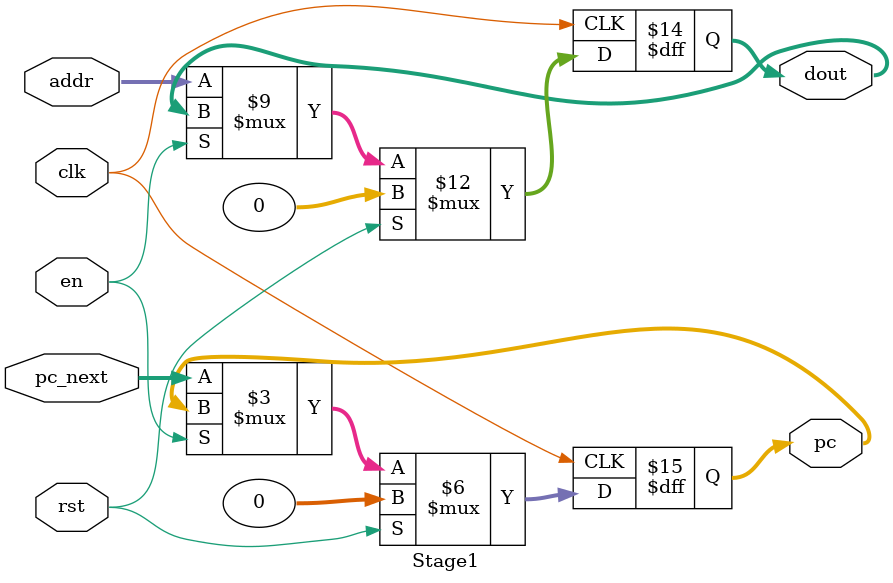
<source format=sv>
module  Stage1#(
    parameter DATA_WIDTH = 32
)(
    input logic                     clk,
    input logic                     en,
    input logic                     rst,

    //instrmem input
    input logic[DATA_WIDTH-1:0]        addr,
    //PC input
    input logic[DATA_WIDTH-1:0]        pc_next,

    //instrmem output
    output logic[DATA_WIDTH-1:0]        dout,
    //PC output
    output logic[DATA_WIDTH-1:0]        pc,

);

always_ff @(posedge clk) begin
    if (rst) begin
        //instr
        dout <= 0;
        //pc
        pc<= 0;
       
    end
    else if(en) begin
        //instr
        dout <= dout;
        //pc
        pc<= pc;
        
    end
    else begin
        //instr
        dout <= addr;
        //pc
        pc<= pc_next;
        
    end
end
    
endmodule

</source>
